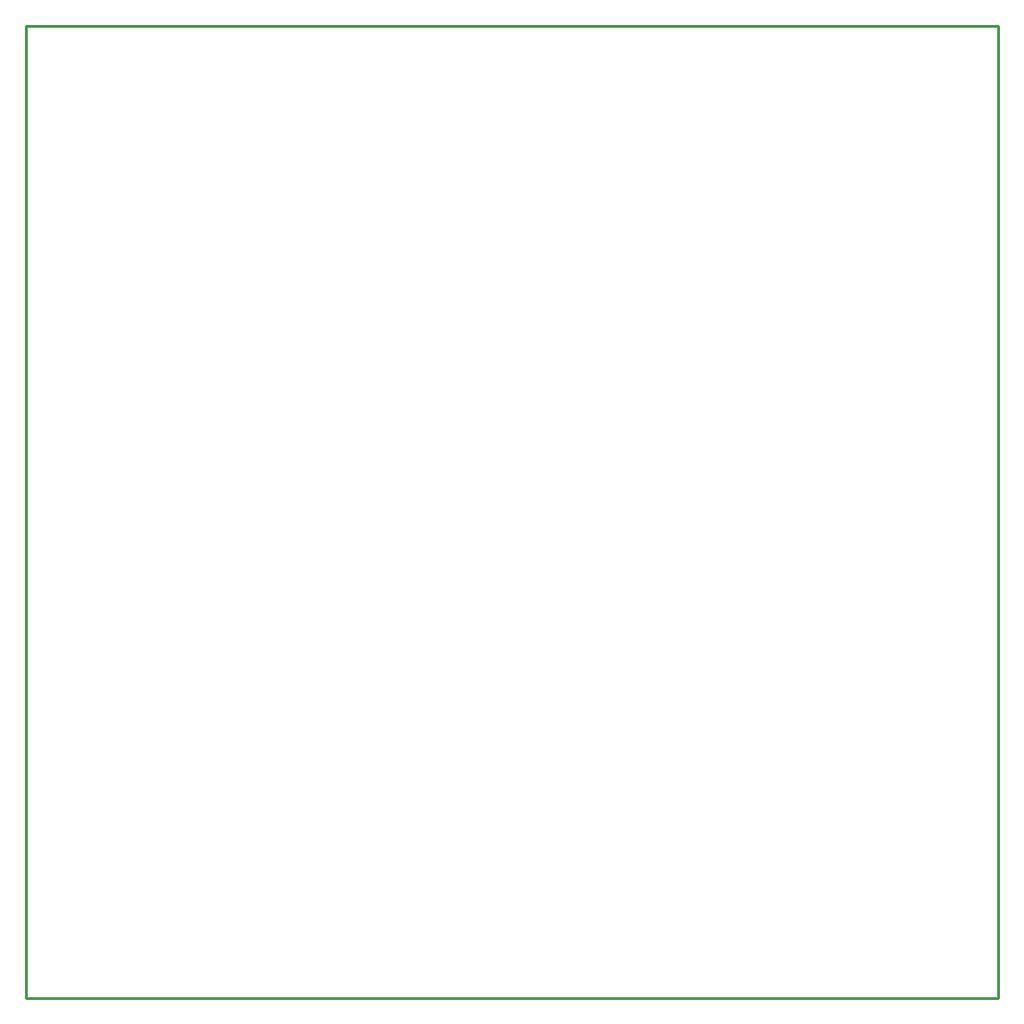
<source format=gbr>
G04 EAGLE Gerber RS-274X export*
G75*
%MOMM*%
%FSLAX34Y34*%
%LPD*%
%IN*%
%IPPOS*%
%AMOC8*
5,1,8,0,0,1.08239X$1,22.5*%
G01*
%ADD10C,0.254000*%


D10*
X0Y0D02*
X890000Y0D01*
X890000Y890000D01*
X0Y890000D01*
X0Y0D01*
M02*

</source>
